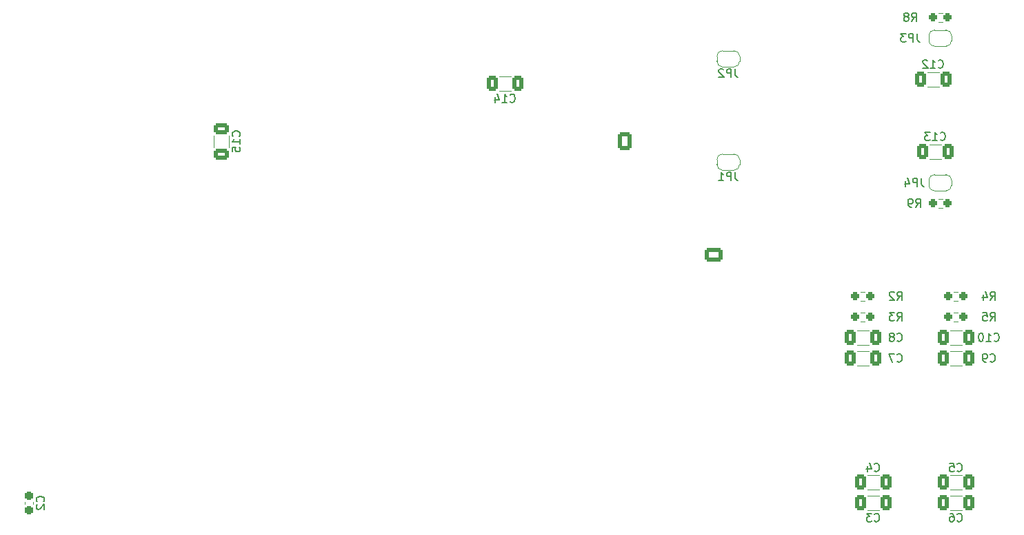
<source format=gbo>
%TF.GenerationSoftware,KiCad,Pcbnew,7.0.7*%
%TF.CreationDate,2023-10-09T15:43:46-04:00*%
%TF.ProjectId,dmxaudio,646d7861-7564-4696-9f2e-6b696361645f,rev?*%
%TF.SameCoordinates,Original*%
%TF.FileFunction,Legend,Bot*%
%TF.FilePolarity,Positive*%
%FSLAX46Y46*%
G04 Gerber Fmt 4.6, Leading zero omitted, Abs format (unit mm)*
G04 Created by KiCad (PCBNEW 7.0.7) date 2023-10-09 15:43:46*
%MOMM*%
%LPD*%
G01*
G04 APERTURE LIST*
G04 Aperture macros list*
%AMRoundRect*
0 Rectangle with rounded corners*
0 $1 Rounding radius*
0 $2 $3 $4 $5 $6 $7 $8 $9 X,Y pos of 4 corners*
0 Add a 4 corners polygon primitive as box body*
4,1,4,$2,$3,$4,$5,$6,$7,$8,$9,$2,$3,0*
0 Add four circle primitives for the rounded corners*
1,1,$1+$1,$2,$3*
1,1,$1+$1,$4,$5*
1,1,$1+$1,$6,$7*
1,1,$1+$1,$8,$9*
0 Add four rect primitives between the rounded corners*
20,1,$1+$1,$2,$3,$4,$5,0*
20,1,$1+$1,$4,$5,$6,$7,0*
20,1,$1+$1,$6,$7,$8,$9,0*
20,1,$1+$1,$8,$9,$2,$3,0*%
%AMFreePoly0*
4,1,19,0.500000,-0.750000,0.000000,-0.750000,0.000000,-0.744911,-0.071157,-0.744911,-0.207708,-0.704816,-0.327430,-0.627875,-0.420627,-0.520320,-0.479746,-0.390866,-0.500000,-0.250000,-0.500000,0.250000,-0.479746,0.390866,-0.420627,0.520320,-0.327430,0.627875,-0.207708,0.704816,-0.071157,0.744911,0.000000,0.744911,0.000000,0.750000,0.500000,0.750000,0.500000,-0.750000,0.500000,-0.750000,
$1*%
%AMFreePoly1*
4,1,19,0.000000,0.744911,0.071157,0.744911,0.207708,0.704816,0.327430,0.627875,0.420627,0.520320,0.479746,0.390866,0.500000,0.250000,0.500000,-0.250000,0.479746,-0.390866,0.420627,-0.520320,0.327430,-0.627875,0.207708,-0.704816,0.071157,-0.744911,0.000000,-0.744911,0.000000,-0.750000,-0.500000,-0.750000,-0.500000,0.750000,0.000000,0.750000,0.000000,0.744911,0.000000,0.744911,
$1*%
G04 Aperture macros list end*
%ADD10C,0.150000*%
%ADD11C,0.120000*%
%ADD12RoundRect,0.250000X0.620000X0.845000X-0.620000X0.845000X-0.620000X-0.845000X0.620000X-0.845000X0*%
%ADD13O,1.740000X2.190000*%
%ADD14C,2.700000*%
%ADD15R,1.600000X1.600000*%
%ADD16C,1.600000*%
%ADD17R,1.300000X1.300000*%
%ADD18C,1.300000*%
%ADD19O,3.400000X1.500000*%
%ADD20C,3.250000*%
%ADD21R,1.900000X1.900000*%
%ADD22C,1.900000*%
%ADD23C,2.100000*%
%ADD24C,2.600000*%
%ADD25R,1.400000X1.400000*%
%ADD26C,1.400000*%
%ADD27C,3.200000*%
%ADD28R,1.500000X1.500000*%
%ADD29C,1.500000*%
%ADD30R,2.000000X2.000000*%
%ADD31C,2.000000*%
%ADD32O,1.600000X1.600000*%
%ADD33C,1.524000*%
%ADD34RoundRect,0.250000X-0.620000X-0.845000X0.620000X-0.845000X0.620000X0.845000X-0.620000X0.845000X0*%
%ADD35R,1.524000X1.524000*%
%ADD36C,3.500000*%
%ADD37RoundRect,0.250000X0.845000X-0.620000X0.845000X0.620000X-0.845000X0.620000X-0.845000X-0.620000X0*%
%ADD38O,2.190000X1.740000*%
%ADD39O,1.600000X2.000000*%
%ADD40RoundRect,0.250000X-0.412500X-0.650000X0.412500X-0.650000X0.412500X0.650000X-0.412500X0.650000X0*%
%ADD41RoundRect,0.237500X0.250000X0.237500X-0.250000X0.237500X-0.250000X-0.237500X0.250000X-0.237500X0*%
%ADD42RoundRect,0.237500X-0.250000X-0.237500X0.250000X-0.237500X0.250000X0.237500X-0.250000X0.237500X0*%
%ADD43FreePoly0,0.000000*%
%ADD44FreePoly1,0.000000*%
%ADD45RoundRect,0.237500X0.237500X-0.300000X0.237500X0.300000X-0.237500X0.300000X-0.237500X-0.300000X0*%
%ADD46RoundRect,0.250000X0.412500X0.650000X-0.412500X0.650000X-0.412500X-0.650000X0.412500X-0.650000X0*%
%ADD47RoundRect,0.250000X0.650000X-0.412500X0.650000X0.412500X-0.650000X0.412500X-0.650000X-0.412500X0*%
G04 APERTURE END LIST*
D10*
X202096666Y-133019580D02*
X202144285Y-133067200D01*
X202144285Y-133067200D02*
X202287142Y-133114819D01*
X202287142Y-133114819D02*
X202382380Y-133114819D01*
X202382380Y-133114819D02*
X202525237Y-133067200D01*
X202525237Y-133067200D02*
X202620475Y-132971961D01*
X202620475Y-132971961D02*
X202668094Y-132876723D01*
X202668094Y-132876723D02*
X202715713Y-132686247D01*
X202715713Y-132686247D02*
X202715713Y-132543390D01*
X202715713Y-132543390D02*
X202668094Y-132352914D01*
X202668094Y-132352914D02*
X202620475Y-132257676D01*
X202620475Y-132257676D02*
X202525237Y-132162438D01*
X202525237Y-132162438D02*
X202382380Y-132114819D01*
X202382380Y-132114819D02*
X202287142Y-132114819D01*
X202287142Y-132114819D02*
X202144285Y-132162438D01*
X202144285Y-132162438D02*
X202096666Y-132210057D01*
X201239523Y-132114819D02*
X201429999Y-132114819D01*
X201429999Y-132114819D02*
X201525237Y-132162438D01*
X201525237Y-132162438D02*
X201572856Y-132210057D01*
X201572856Y-132210057D02*
X201668094Y-132352914D01*
X201668094Y-132352914D02*
X201715713Y-132543390D01*
X201715713Y-132543390D02*
X201715713Y-132924342D01*
X201715713Y-132924342D02*
X201668094Y-133019580D01*
X201668094Y-133019580D02*
X201620475Y-133067200D01*
X201620475Y-133067200D02*
X201525237Y-133114819D01*
X201525237Y-133114819D02*
X201334761Y-133114819D01*
X201334761Y-133114819D02*
X201239523Y-133067200D01*
X201239523Y-133067200D02*
X201191904Y-133019580D01*
X201191904Y-133019580D02*
X201144285Y-132924342D01*
X201144285Y-132924342D02*
X201144285Y-132686247D01*
X201144285Y-132686247D02*
X201191904Y-132591009D01*
X201191904Y-132591009D02*
X201239523Y-132543390D01*
X201239523Y-132543390D02*
X201334761Y-132495771D01*
X201334761Y-132495771D02*
X201525237Y-132495771D01*
X201525237Y-132495771D02*
X201620475Y-132543390D01*
X201620475Y-132543390D02*
X201668094Y-132591009D01*
X201668094Y-132591009D02*
X201715713Y-132686247D01*
X147200857Y-81457580D02*
X147248476Y-81505200D01*
X147248476Y-81505200D02*
X147391333Y-81552819D01*
X147391333Y-81552819D02*
X147486571Y-81552819D01*
X147486571Y-81552819D02*
X147629428Y-81505200D01*
X147629428Y-81505200D02*
X147724666Y-81409961D01*
X147724666Y-81409961D02*
X147772285Y-81314723D01*
X147772285Y-81314723D02*
X147819904Y-81124247D01*
X147819904Y-81124247D02*
X147819904Y-80981390D01*
X147819904Y-80981390D02*
X147772285Y-80790914D01*
X147772285Y-80790914D02*
X147724666Y-80695676D01*
X147724666Y-80695676D02*
X147629428Y-80600438D01*
X147629428Y-80600438D02*
X147486571Y-80552819D01*
X147486571Y-80552819D02*
X147391333Y-80552819D01*
X147391333Y-80552819D02*
X147248476Y-80600438D01*
X147248476Y-80600438D02*
X147200857Y-80648057D01*
X146248476Y-81552819D02*
X146819904Y-81552819D01*
X146534190Y-81552819D02*
X146534190Y-80552819D01*
X146534190Y-80552819D02*
X146629428Y-80695676D01*
X146629428Y-80695676D02*
X146724666Y-80790914D01*
X146724666Y-80790914D02*
X146819904Y-80838533D01*
X145391333Y-80886152D02*
X145391333Y-81552819D01*
X145629428Y-80505200D02*
X145867523Y-81219485D01*
X145867523Y-81219485D02*
X145248476Y-81219485D01*
X191936666Y-133019580D02*
X191984285Y-133067200D01*
X191984285Y-133067200D02*
X192127142Y-133114819D01*
X192127142Y-133114819D02*
X192222380Y-133114819D01*
X192222380Y-133114819D02*
X192365237Y-133067200D01*
X192365237Y-133067200D02*
X192460475Y-132971961D01*
X192460475Y-132971961D02*
X192508094Y-132876723D01*
X192508094Y-132876723D02*
X192555713Y-132686247D01*
X192555713Y-132686247D02*
X192555713Y-132543390D01*
X192555713Y-132543390D02*
X192508094Y-132352914D01*
X192508094Y-132352914D02*
X192460475Y-132257676D01*
X192460475Y-132257676D02*
X192365237Y-132162438D01*
X192365237Y-132162438D02*
X192222380Y-132114819D01*
X192222380Y-132114819D02*
X192127142Y-132114819D01*
X192127142Y-132114819D02*
X191984285Y-132162438D01*
X191984285Y-132162438D02*
X191936666Y-132210057D01*
X191603332Y-132114819D02*
X190984285Y-132114819D01*
X190984285Y-132114819D02*
X191317618Y-132495771D01*
X191317618Y-132495771D02*
X191174761Y-132495771D01*
X191174761Y-132495771D02*
X191079523Y-132543390D01*
X191079523Y-132543390D02*
X191031904Y-132591009D01*
X191031904Y-132591009D02*
X190984285Y-132686247D01*
X190984285Y-132686247D02*
X190984285Y-132924342D01*
X190984285Y-132924342D02*
X191031904Y-133019580D01*
X191031904Y-133019580D02*
X191079523Y-133067200D01*
X191079523Y-133067200D02*
X191174761Y-133114819D01*
X191174761Y-133114819D02*
X191460475Y-133114819D01*
X191460475Y-133114819D02*
X191555713Y-133067200D01*
X191555713Y-133067200D02*
X191603332Y-133019580D01*
X194730666Y-108404819D02*
X195063999Y-107928628D01*
X195302094Y-108404819D02*
X195302094Y-107404819D01*
X195302094Y-107404819D02*
X194921142Y-107404819D01*
X194921142Y-107404819D02*
X194825904Y-107452438D01*
X194825904Y-107452438D02*
X194778285Y-107500057D01*
X194778285Y-107500057D02*
X194730666Y-107595295D01*
X194730666Y-107595295D02*
X194730666Y-107738152D01*
X194730666Y-107738152D02*
X194778285Y-107833390D01*
X194778285Y-107833390D02*
X194825904Y-107881009D01*
X194825904Y-107881009D02*
X194921142Y-107928628D01*
X194921142Y-107928628D02*
X195302094Y-107928628D01*
X194397332Y-107404819D02*
X193778285Y-107404819D01*
X193778285Y-107404819D02*
X194111618Y-107785771D01*
X194111618Y-107785771D02*
X193968761Y-107785771D01*
X193968761Y-107785771D02*
X193873523Y-107833390D01*
X193873523Y-107833390D02*
X193825904Y-107881009D01*
X193825904Y-107881009D02*
X193778285Y-107976247D01*
X193778285Y-107976247D02*
X193778285Y-108214342D01*
X193778285Y-108214342D02*
X193825904Y-108309580D01*
X193825904Y-108309580D02*
X193873523Y-108357200D01*
X193873523Y-108357200D02*
X193968761Y-108404819D01*
X193968761Y-108404819D02*
X194254475Y-108404819D01*
X194254475Y-108404819D02*
X194349713Y-108357200D01*
X194349713Y-108357200D02*
X194397332Y-108309580D01*
X196508666Y-71574819D02*
X196841999Y-71098628D01*
X197080094Y-71574819D02*
X197080094Y-70574819D01*
X197080094Y-70574819D02*
X196699142Y-70574819D01*
X196699142Y-70574819D02*
X196603904Y-70622438D01*
X196603904Y-70622438D02*
X196556285Y-70670057D01*
X196556285Y-70670057D02*
X196508666Y-70765295D01*
X196508666Y-70765295D02*
X196508666Y-70908152D01*
X196508666Y-70908152D02*
X196556285Y-71003390D01*
X196556285Y-71003390D02*
X196603904Y-71051009D01*
X196603904Y-71051009D02*
X196699142Y-71098628D01*
X196699142Y-71098628D02*
X197080094Y-71098628D01*
X195937237Y-71003390D02*
X196032475Y-70955771D01*
X196032475Y-70955771D02*
X196080094Y-70908152D01*
X196080094Y-70908152D02*
X196127713Y-70812914D01*
X196127713Y-70812914D02*
X196127713Y-70765295D01*
X196127713Y-70765295D02*
X196080094Y-70670057D01*
X196080094Y-70670057D02*
X196032475Y-70622438D01*
X196032475Y-70622438D02*
X195937237Y-70574819D01*
X195937237Y-70574819D02*
X195746761Y-70574819D01*
X195746761Y-70574819D02*
X195651523Y-70622438D01*
X195651523Y-70622438D02*
X195603904Y-70670057D01*
X195603904Y-70670057D02*
X195556285Y-70765295D01*
X195556285Y-70765295D02*
X195556285Y-70812914D01*
X195556285Y-70812914D02*
X195603904Y-70908152D01*
X195603904Y-70908152D02*
X195651523Y-70955771D01*
X195651523Y-70955771D02*
X195746761Y-71003390D01*
X195746761Y-71003390D02*
X195937237Y-71003390D01*
X195937237Y-71003390D02*
X196032475Y-71051009D01*
X196032475Y-71051009D02*
X196080094Y-71098628D01*
X196080094Y-71098628D02*
X196127713Y-71193866D01*
X196127713Y-71193866D02*
X196127713Y-71384342D01*
X196127713Y-71384342D02*
X196080094Y-71479580D01*
X196080094Y-71479580D02*
X196032475Y-71527200D01*
X196032475Y-71527200D02*
X195937237Y-71574819D01*
X195937237Y-71574819D02*
X195746761Y-71574819D01*
X195746761Y-71574819D02*
X195651523Y-71527200D01*
X195651523Y-71527200D02*
X195603904Y-71479580D01*
X195603904Y-71479580D02*
X195556285Y-71384342D01*
X195556285Y-71384342D02*
X195556285Y-71193866D01*
X195556285Y-71193866D02*
X195603904Y-71098628D01*
X195603904Y-71098628D02*
X195651523Y-71051009D01*
X195651523Y-71051009D02*
X195746761Y-71003390D01*
X174823333Y-90154819D02*
X174823333Y-90869104D01*
X174823333Y-90869104D02*
X174870952Y-91011961D01*
X174870952Y-91011961D02*
X174966190Y-91107200D01*
X174966190Y-91107200D02*
X175109047Y-91154819D01*
X175109047Y-91154819D02*
X175204285Y-91154819D01*
X174347142Y-91154819D02*
X174347142Y-90154819D01*
X174347142Y-90154819D02*
X173966190Y-90154819D01*
X173966190Y-90154819D02*
X173870952Y-90202438D01*
X173870952Y-90202438D02*
X173823333Y-90250057D01*
X173823333Y-90250057D02*
X173775714Y-90345295D01*
X173775714Y-90345295D02*
X173775714Y-90488152D01*
X173775714Y-90488152D02*
X173823333Y-90583390D01*
X173823333Y-90583390D02*
X173870952Y-90631009D01*
X173870952Y-90631009D02*
X173966190Y-90678628D01*
X173966190Y-90678628D02*
X174347142Y-90678628D01*
X172823333Y-91154819D02*
X173394761Y-91154819D01*
X173109047Y-91154819D02*
X173109047Y-90154819D01*
X173109047Y-90154819D02*
X173204285Y-90297676D01*
X173204285Y-90297676D02*
X173299523Y-90392914D01*
X173299523Y-90392914D02*
X173394761Y-90440533D01*
X197175333Y-73114819D02*
X197175333Y-73829104D01*
X197175333Y-73829104D02*
X197222952Y-73971961D01*
X197222952Y-73971961D02*
X197318190Y-74067200D01*
X197318190Y-74067200D02*
X197461047Y-74114819D01*
X197461047Y-74114819D02*
X197556285Y-74114819D01*
X196699142Y-74114819D02*
X196699142Y-73114819D01*
X196699142Y-73114819D02*
X196318190Y-73114819D01*
X196318190Y-73114819D02*
X196222952Y-73162438D01*
X196222952Y-73162438D02*
X196175333Y-73210057D01*
X196175333Y-73210057D02*
X196127714Y-73305295D01*
X196127714Y-73305295D02*
X196127714Y-73448152D01*
X196127714Y-73448152D02*
X196175333Y-73543390D01*
X196175333Y-73543390D02*
X196222952Y-73591009D01*
X196222952Y-73591009D02*
X196318190Y-73638628D01*
X196318190Y-73638628D02*
X196699142Y-73638628D01*
X195794380Y-73114819D02*
X195175333Y-73114819D01*
X195175333Y-73114819D02*
X195508666Y-73495771D01*
X195508666Y-73495771D02*
X195365809Y-73495771D01*
X195365809Y-73495771D02*
X195270571Y-73543390D01*
X195270571Y-73543390D02*
X195222952Y-73591009D01*
X195222952Y-73591009D02*
X195175333Y-73686247D01*
X195175333Y-73686247D02*
X195175333Y-73924342D01*
X195175333Y-73924342D02*
X195222952Y-74019580D01*
X195222952Y-74019580D02*
X195270571Y-74067200D01*
X195270571Y-74067200D02*
X195365809Y-74114819D01*
X195365809Y-74114819D02*
X195651523Y-74114819D01*
X195651523Y-74114819D02*
X195746761Y-74067200D01*
X195746761Y-74067200D02*
X195794380Y-74019580D01*
X206160666Y-105864819D02*
X206493999Y-105388628D01*
X206732094Y-105864819D02*
X206732094Y-104864819D01*
X206732094Y-104864819D02*
X206351142Y-104864819D01*
X206351142Y-104864819D02*
X206255904Y-104912438D01*
X206255904Y-104912438D02*
X206208285Y-104960057D01*
X206208285Y-104960057D02*
X206160666Y-105055295D01*
X206160666Y-105055295D02*
X206160666Y-105198152D01*
X206160666Y-105198152D02*
X206208285Y-105293390D01*
X206208285Y-105293390D02*
X206255904Y-105341009D01*
X206255904Y-105341009D02*
X206351142Y-105388628D01*
X206351142Y-105388628D02*
X206732094Y-105388628D01*
X205303523Y-105198152D02*
X205303523Y-105864819D01*
X205541618Y-104817200D02*
X205779713Y-105531485D01*
X205779713Y-105531485D02*
X205160666Y-105531485D01*
X197683333Y-90894819D02*
X197683333Y-91609104D01*
X197683333Y-91609104D02*
X197730952Y-91751961D01*
X197730952Y-91751961D02*
X197826190Y-91847200D01*
X197826190Y-91847200D02*
X197969047Y-91894819D01*
X197969047Y-91894819D02*
X198064285Y-91894819D01*
X197207142Y-91894819D02*
X197207142Y-90894819D01*
X197207142Y-90894819D02*
X196826190Y-90894819D01*
X196826190Y-90894819D02*
X196730952Y-90942438D01*
X196730952Y-90942438D02*
X196683333Y-90990057D01*
X196683333Y-90990057D02*
X196635714Y-91085295D01*
X196635714Y-91085295D02*
X196635714Y-91228152D01*
X196635714Y-91228152D02*
X196683333Y-91323390D01*
X196683333Y-91323390D02*
X196730952Y-91371009D01*
X196730952Y-91371009D02*
X196826190Y-91418628D01*
X196826190Y-91418628D02*
X197207142Y-91418628D01*
X195778571Y-91228152D02*
X195778571Y-91894819D01*
X196016666Y-90847200D02*
X196254761Y-91561485D01*
X196254761Y-91561485D02*
X195635714Y-91561485D01*
X194730666Y-110849580D02*
X194778285Y-110897200D01*
X194778285Y-110897200D02*
X194921142Y-110944819D01*
X194921142Y-110944819D02*
X195016380Y-110944819D01*
X195016380Y-110944819D02*
X195159237Y-110897200D01*
X195159237Y-110897200D02*
X195254475Y-110801961D01*
X195254475Y-110801961D02*
X195302094Y-110706723D01*
X195302094Y-110706723D02*
X195349713Y-110516247D01*
X195349713Y-110516247D02*
X195349713Y-110373390D01*
X195349713Y-110373390D02*
X195302094Y-110182914D01*
X195302094Y-110182914D02*
X195254475Y-110087676D01*
X195254475Y-110087676D02*
X195159237Y-109992438D01*
X195159237Y-109992438D02*
X195016380Y-109944819D01*
X195016380Y-109944819D02*
X194921142Y-109944819D01*
X194921142Y-109944819D02*
X194778285Y-109992438D01*
X194778285Y-109992438D02*
X194730666Y-110040057D01*
X194159237Y-110373390D02*
X194254475Y-110325771D01*
X194254475Y-110325771D02*
X194302094Y-110278152D01*
X194302094Y-110278152D02*
X194349713Y-110182914D01*
X194349713Y-110182914D02*
X194349713Y-110135295D01*
X194349713Y-110135295D02*
X194302094Y-110040057D01*
X194302094Y-110040057D02*
X194254475Y-109992438D01*
X194254475Y-109992438D02*
X194159237Y-109944819D01*
X194159237Y-109944819D02*
X193968761Y-109944819D01*
X193968761Y-109944819D02*
X193873523Y-109992438D01*
X193873523Y-109992438D02*
X193825904Y-110040057D01*
X193825904Y-110040057D02*
X193778285Y-110135295D01*
X193778285Y-110135295D02*
X193778285Y-110182914D01*
X193778285Y-110182914D02*
X193825904Y-110278152D01*
X193825904Y-110278152D02*
X193873523Y-110325771D01*
X193873523Y-110325771D02*
X193968761Y-110373390D01*
X193968761Y-110373390D02*
X194159237Y-110373390D01*
X194159237Y-110373390D02*
X194254475Y-110421009D01*
X194254475Y-110421009D02*
X194302094Y-110468628D01*
X194302094Y-110468628D02*
X194349713Y-110563866D01*
X194349713Y-110563866D02*
X194349713Y-110754342D01*
X194349713Y-110754342D02*
X194302094Y-110849580D01*
X194302094Y-110849580D02*
X194254475Y-110897200D01*
X194254475Y-110897200D02*
X194159237Y-110944819D01*
X194159237Y-110944819D02*
X193968761Y-110944819D01*
X193968761Y-110944819D02*
X193873523Y-110897200D01*
X193873523Y-110897200D02*
X193825904Y-110849580D01*
X193825904Y-110849580D02*
X193778285Y-110754342D01*
X193778285Y-110754342D02*
X193778285Y-110563866D01*
X193778285Y-110563866D02*
X193825904Y-110468628D01*
X193825904Y-110468628D02*
X193873523Y-110421009D01*
X193873523Y-110421009D02*
X193968761Y-110373390D01*
X197016666Y-94434819D02*
X197349999Y-93958628D01*
X197588094Y-94434819D02*
X197588094Y-93434819D01*
X197588094Y-93434819D02*
X197207142Y-93434819D01*
X197207142Y-93434819D02*
X197111904Y-93482438D01*
X197111904Y-93482438D02*
X197064285Y-93530057D01*
X197064285Y-93530057D02*
X197016666Y-93625295D01*
X197016666Y-93625295D02*
X197016666Y-93768152D01*
X197016666Y-93768152D02*
X197064285Y-93863390D01*
X197064285Y-93863390D02*
X197111904Y-93911009D01*
X197111904Y-93911009D02*
X197207142Y-93958628D01*
X197207142Y-93958628D02*
X197588094Y-93958628D01*
X196540475Y-94434819D02*
X196349999Y-94434819D01*
X196349999Y-94434819D02*
X196254761Y-94387200D01*
X196254761Y-94387200D02*
X196207142Y-94339580D01*
X196207142Y-94339580D02*
X196111904Y-94196723D01*
X196111904Y-94196723D02*
X196064285Y-94006247D01*
X196064285Y-94006247D02*
X196064285Y-93625295D01*
X196064285Y-93625295D02*
X196111904Y-93530057D01*
X196111904Y-93530057D02*
X196159523Y-93482438D01*
X196159523Y-93482438D02*
X196254761Y-93434819D01*
X196254761Y-93434819D02*
X196445237Y-93434819D01*
X196445237Y-93434819D02*
X196540475Y-93482438D01*
X196540475Y-93482438D02*
X196588094Y-93530057D01*
X196588094Y-93530057D02*
X196635713Y-93625295D01*
X196635713Y-93625295D02*
X196635713Y-93863390D01*
X196635713Y-93863390D02*
X196588094Y-93958628D01*
X196588094Y-93958628D02*
X196540475Y-94006247D01*
X196540475Y-94006247D02*
X196445237Y-94053866D01*
X196445237Y-94053866D02*
X196254761Y-94053866D01*
X196254761Y-94053866D02*
X196159523Y-94006247D01*
X196159523Y-94006247D02*
X196111904Y-93958628D01*
X196111904Y-93958628D02*
X196064285Y-93863390D01*
X89926580Y-130643333D02*
X89974200Y-130595714D01*
X89974200Y-130595714D02*
X90021819Y-130452857D01*
X90021819Y-130452857D02*
X90021819Y-130357619D01*
X90021819Y-130357619D02*
X89974200Y-130214762D01*
X89974200Y-130214762D02*
X89878961Y-130119524D01*
X89878961Y-130119524D02*
X89783723Y-130071905D01*
X89783723Y-130071905D02*
X89593247Y-130024286D01*
X89593247Y-130024286D02*
X89450390Y-130024286D01*
X89450390Y-130024286D02*
X89259914Y-130071905D01*
X89259914Y-130071905D02*
X89164676Y-130119524D01*
X89164676Y-130119524D02*
X89069438Y-130214762D01*
X89069438Y-130214762D02*
X89021819Y-130357619D01*
X89021819Y-130357619D02*
X89021819Y-130452857D01*
X89021819Y-130452857D02*
X89069438Y-130595714D01*
X89069438Y-130595714D02*
X89117057Y-130643333D01*
X89117057Y-131024286D02*
X89069438Y-131071905D01*
X89069438Y-131071905D02*
X89021819Y-131167143D01*
X89021819Y-131167143D02*
X89021819Y-131405238D01*
X89021819Y-131405238D02*
X89069438Y-131500476D01*
X89069438Y-131500476D02*
X89117057Y-131548095D01*
X89117057Y-131548095D02*
X89212295Y-131595714D01*
X89212295Y-131595714D02*
X89307533Y-131595714D01*
X89307533Y-131595714D02*
X89450390Y-131548095D01*
X89450390Y-131548095D02*
X90021819Y-130976667D01*
X90021819Y-130976667D02*
X90021819Y-131595714D01*
X200032857Y-86139580D02*
X200080476Y-86187200D01*
X200080476Y-86187200D02*
X200223333Y-86234819D01*
X200223333Y-86234819D02*
X200318571Y-86234819D01*
X200318571Y-86234819D02*
X200461428Y-86187200D01*
X200461428Y-86187200D02*
X200556666Y-86091961D01*
X200556666Y-86091961D02*
X200604285Y-85996723D01*
X200604285Y-85996723D02*
X200651904Y-85806247D01*
X200651904Y-85806247D02*
X200651904Y-85663390D01*
X200651904Y-85663390D02*
X200604285Y-85472914D01*
X200604285Y-85472914D02*
X200556666Y-85377676D01*
X200556666Y-85377676D02*
X200461428Y-85282438D01*
X200461428Y-85282438D02*
X200318571Y-85234819D01*
X200318571Y-85234819D02*
X200223333Y-85234819D01*
X200223333Y-85234819D02*
X200080476Y-85282438D01*
X200080476Y-85282438D02*
X200032857Y-85330057D01*
X199080476Y-86234819D02*
X199651904Y-86234819D01*
X199366190Y-86234819D02*
X199366190Y-85234819D01*
X199366190Y-85234819D02*
X199461428Y-85377676D01*
X199461428Y-85377676D02*
X199556666Y-85472914D01*
X199556666Y-85472914D02*
X199651904Y-85520533D01*
X198747142Y-85234819D02*
X198128095Y-85234819D01*
X198128095Y-85234819D02*
X198461428Y-85615771D01*
X198461428Y-85615771D02*
X198318571Y-85615771D01*
X198318571Y-85615771D02*
X198223333Y-85663390D01*
X198223333Y-85663390D02*
X198175714Y-85711009D01*
X198175714Y-85711009D02*
X198128095Y-85806247D01*
X198128095Y-85806247D02*
X198128095Y-86044342D01*
X198128095Y-86044342D02*
X198175714Y-86139580D01*
X198175714Y-86139580D02*
X198223333Y-86187200D01*
X198223333Y-86187200D02*
X198318571Y-86234819D01*
X198318571Y-86234819D02*
X198604285Y-86234819D01*
X198604285Y-86234819D02*
X198699523Y-86187200D01*
X198699523Y-86187200D02*
X198747142Y-86139580D01*
X202096666Y-126851580D02*
X202144285Y-126899200D01*
X202144285Y-126899200D02*
X202287142Y-126946819D01*
X202287142Y-126946819D02*
X202382380Y-126946819D01*
X202382380Y-126946819D02*
X202525237Y-126899200D01*
X202525237Y-126899200D02*
X202620475Y-126803961D01*
X202620475Y-126803961D02*
X202668094Y-126708723D01*
X202668094Y-126708723D02*
X202715713Y-126518247D01*
X202715713Y-126518247D02*
X202715713Y-126375390D01*
X202715713Y-126375390D02*
X202668094Y-126184914D01*
X202668094Y-126184914D02*
X202620475Y-126089676D01*
X202620475Y-126089676D02*
X202525237Y-125994438D01*
X202525237Y-125994438D02*
X202382380Y-125946819D01*
X202382380Y-125946819D02*
X202287142Y-125946819D01*
X202287142Y-125946819D02*
X202144285Y-125994438D01*
X202144285Y-125994438D02*
X202096666Y-126042057D01*
X201191904Y-125946819D02*
X201668094Y-125946819D01*
X201668094Y-125946819D02*
X201715713Y-126423009D01*
X201715713Y-126423009D02*
X201668094Y-126375390D01*
X201668094Y-126375390D02*
X201572856Y-126327771D01*
X201572856Y-126327771D02*
X201334761Y-126327771D01*
X201334761Y-126327771D02*
X201239523Y-126375390D01*
X201239523Y-126375390D02*
X201191904Y-126423009D01*
X201191904Y-126423009D02*
X201144285Y-126518247D01*
X201144285Y-126518247D02*
X201144285Y-126756342D01*
X201144285Y-126756342D02*
X201191904Y-126851580D01*
X201191904Y-126851580D02*
X201239523Y-126899200D01*
X201239523Y-126899200D02*
X201334761Y-126946819D01*
X201334761Y-126946819D02*
X201572856Y-126946819D01*
X201572856Y-126946819D02*
X201668094Y-126899200D01*
X201668094Y-126899200D02*
X201715713Y-126851580D01*
X194730666Y-113389580D02*
X194778285Y-113437200D01*
X194778285Y-113437200D02*
X194921142Y-113484819D01*
X194921142Y-113484819D02*
X195016380Y-113484819D01*
X195016380Y-113484819D02*
X195159237Y-113437200D01*
X195159237Y-113437200D02*
X195254475Y-113341961D01*
X195254475Y-113341961D02*
X195302094Y-113246723D01*
X195302094Y-113246723D02*
X195349713Y-113056247D01*
X195349713Y-113056247D02*
X195349713Y-112913390D01*
X195349713Y-112913390D02*
X195302094Y-112722914D01*
X195302094Y-112722914D02*
X195254475Y-112627676D01*
X195254475Y-112627676D02*
X195159237Y-112532438D01*
X195159237Y-112532438D02*
X195016380Y-112484819D01*
X195016380Y-112484819D02*
X194921142Y-112484819D01*
X194921142Y-112484819D02*
X194778285Y-112532438D01*
X194778285Y-112532438D02*
X194730666Y-112580057D01*
X194397332Y-112484819D02*
X193730666Y-112484819D01*
X193730666Y-112484819D02*
X194159237Y-113484819D01*
X191936666Y-126851580D02*
X191984285Y-126899200D01*
X191984285Y-126899200D02*
X192127142Y-126946819D01*
X192127142Y-126946819D02*
X192222380Y-126946819D01*
X192222380Y-126946819D02*
X192365237Y-126899200D01*
X192365237Y-126899200D02*
X192460475Y-126803961D01*
X192460475Y-126803961D02*
X192508094Y-126708723D01*
X192508094Y-126708723D02*
X192555713Y-126518247D01*
X192555713Y-126518247D02*
X192555713Y-126375390D01*
X192555713Y-126375390D02*
X192508094Y-126184914D01*
X192508094Y-126184914D02*
X192460475Y-126089676D01*
X192460475Y-126089676D02*
X192365237Y-125994438D01*
X192365237Y-125994438D02*
X192222380Y-125946819D01*
X192222380Y-125946819D02*
X192127142Y-125946819D01*
X192127142Y-125946819D02*
X191984285Y-125994438D01*
X191984285Y-125994438D02*
X191936666Y-126042057D01*
X191079523Y-126280152D02*
X191079523Y-126946819D01*
X191317618Y-125899200D02*
X191555713Y-126613485D01*
X191555713Y-126613485D02*
X190936666Y-126613485D01*
X206636857Y-110849580D02*
X206684476Y-110897200D01*
X206684476Y-110897200D02*
X206827333Y-110944819D01*
X206827333Y-110944819D02*
X206922571Y-110944819D01*
X206922571Y-110944819D02*
X207065428Y-110897200D01*
X207065428Y-110897200D02*
X207160666Y-110801961D01*
X207160666Y-110801961D02*
X207208285Y-110706723D01*
X207208285Y-110706723D02*
X207255904Y-110516247D01*
X207255904Y-110516247D02*
X207255904Y-110373390D01*
X207255904Y-110373390D02*
X207208285Y-110182914D01*
X207208285Y-110182914D02*
X207160666Y-110087676D01*
X207160666Y-110087676D02*
X207065428Y-109992438D01*
X207065428Y-109992438D02*
X206922571Y-109944819D01*
X206922571Y-109944819D02*
X206827333Y-109944819D01*
X206827333Y-109944819D02*
X206684476Y-109992438D01*
X206684476Y-109992438D02*
X206636857Y-110040057D01*
X205684476Y-110944819D02*
X206255904Y-110944819D01*
X205970190Y-110944819D02*
X205970190Y-109944819D01*
X205970190Y-109944819D02*
X206065428Y-110087676D01*
X206065428Y-110087676D02*
X206160666Y-110182914D01*
X206160666Y-110182914D02*
X206255904Y-110230533D01*
X205065428Y-109944819D02*
X204970190Y-109944819D01*
X204970190Y-109944819D02*
X204874952Y-109992438D01*
X204874952Y-109992438D02*
X204827333Y-110040057D01*
X204827333Y-110040057D02*
X204779714Y-110135295D01*
X204779714Y-110135295D02*
X204732095Y-110325771D01*
X204732095Y-110325771D02*
X204732095Y-110563866D01*
X204732095Y-110563866D02*
X204779714Y-110754342D01*
X204779714Y-110754342D02*
X204827333Y-110849580D01*
X204827333Y-110849580D02*
X204874952Y-110897200D01*
X204874952Y-110897200D02*
X204970190Y-110944819D01*
X204970190Y-110944819D02*
X205065428Y-110944819D01*
X205065428Y-110944819D02*
X205160666Y-110897200D01*
X205160666Y-110897200D02*
X205208285Y-110849580D01*
X205208285Y-110849580D02*
X205255904Y-110754342D01*
X205255904Y-110754342D02*
X205303523Y-110563866D01*
X205303523Y-110563866D02*
X205303523Y-110325771D01*
X205303523Y-110325771D02*
X205255904Y-110135295D01*
X205255904Y-110135295D02*
X205208285Y-110040057D01*
X205208285Y-110040057D02*
X205160666Y-109992438D01*
X205160666Y-109992438D02*
X205065428Y-109944819D01*
X206160666Y-108404819D02*
X206493999Y-107928628D01*
X206732094Y-108404819D02*
X206732094Y-107404819D01*
X206732094Y-107404819D02*
X206351142Y-107404819D01*
X206351142Y-107404819D02*
X206255904Y-107452438D01*
X206255904Y-107452438D02*
X206208285Y-107500057D01*
X206208285Y-107500057D02*
X206160666Y-107595295D01*
X206160666Y-107595295D02*
X206160666Y-107738152D01*
X206160666Y-107738152D02*
X206208285Y-107833390D01*
X206208285Y-107833390D02*
X206255904Y-107881009D01*
X206255904Y-107881009D02*
X206351142Y-107928628D01*
X206351142Y-107928628D02*
X206732094Y-107928628D01*
X205255904Y-107404819D02*
X205732094Y-107404819D01*
X205732094Y-107404819D02*
X205779713Y-107881009D01*
X205779713Y-107881009D02*
X205732094Y-107833390D01*
X205732094Y-107833390D02*
X205636856Y-107785771D01*
X205636856Y-107785771D02*
X205398761Y-107785771D01*
X205398761Y-107785771D02*
X205303523Y-107833390D01*
X205303523Y-107833390D02*
X205255904Y-107881009D01*
X205255904Y-107881009D02*
X205208285Y-107976247D01*
X205208285Y-107976247D02*
X205208285Y-108214342D01*
X205208285Y-108214342D02*
X205255904Y-108309580D01*
X205255904Y-108309580D02*
X205303523Y-108357200D01*
X205303523Y-108357200D02*
X205398761Y-108404819D01*
X205398761Y-108404819D02*
X205636856Y-108404819D01*
X205636856Y-108404819D02*
X205732094Y-108357200D01*
X205732094Y-108357200D02*
X205779713Y-108309580D01*
X194730666Y-105864819D02*
X195063999Y-105388628D01*
X195302094Y-105864819D02*
X195302094Y-104864819D01*
X195302094Y-104864819D02*
X194921142Y-104864819D01*
X194921142Y-104864819D02*
X194825904Y-104912438D01*
X194825904Y-104912438D02*
X194778285Y-104960057D01*
X194778285Y-104960057D02*
X194730666Y-105055295D01*
X194730666Y-105055295D02*
X194730666Y-105198152D01*
X194730666Y-105198152D02*
X194778285Y-105293390D01*
X194778285Y-105293390D02*
X194825904Y-105341009D01*
X194825904Y-105341009D02*
X194921142Y-105388628D01*
X194921142Y-105388628D02*
X195302094Y-105388628D01*
X194349713Y-104960057D02*
X194302094Y-104912438D01*
X194302094Y-104912438D02*
X194206856Y-104864819D01*
X194206856Y-104864819D02*
X193968761Y-104864819D01*
X193968761Y-104864819D02*
X193873523Y-104912438D01*
X193873523Y-104912438D02*
X193825904Y-104960057D01*
X193825904Y-104960057D02*
X193778285Y-105055295D01*
X193778285Y-105055295D02*
X193778285Y-105150533D01*
X193778285Y-105150533D02*
X193825904Y-105293390D01*
X193825904Y-105293390D02*
X194397332Y-105864819D01*
X194397332Y-105864819D02*
X193778285Y-105864819D01*
X174823333Y-77454819D02*
X174823333Y-78169104D01*
X174823333Y-78169104D02*
X174870952Y-78311961D01*
X174870952Y-78311961D02*
X174966190Y-78407200D01*
X174966190Y-78407200D02*
X175109047Y-78454819D01*
X175109047Y-78454819D02*
X175204285Y-78454819D01*
X174347142Y-78454819D02*
X174347142Y-77454819D01*
X174347142Y-77454819D02*
X173966190Y-77454819D01*
X173966190Y-77454819D02*
X173870952Y-77502438D01*
X173870952Y-77502438D02*
X173823333Y-77550057D01*
X173823333Y-77550057D02*
X173775714Y-77645295D01*
X173775714Y-77645295D02*
X173775714Y-77788152D01*
X173775714Y-77788152D02*
X173823333Y-77883390D01*
X173823333Y-77883390D02*
X173870952Y-77931009D01*
X173870952Y-77931009D02*
X173966190Y-77978628D01*
X173966190Y-77978628D02*
X174347142Y-77978628D01*
X173394761Y-77550057D02*
X173347142Y-77502438D01*
X173347142Y-77502438D02*
X173251904Y-77454819D01*
X173251904Y-77454819D02*
X173013809Y-77454819D01*
X173013809Y-77454819D02*
X172918571Y-77502438D01*
X172918571Y-77502438D02*
X172870952Y-77550057D01*
X172870952Y-77550057D02*
X172823333Y-77645295D01*
X172823333Y-77645295D02*
X172823333Y-77740533D01*
X172823333Y-77740533D02*
X172870952Y-77883390D01*
X172870952Y-77883390D02*
X173442380Y-78454819D01*
X173442380Y-78454819D02*
X172823333Y-78454819D01*
X199778857Y-77249580D02*
X199826476Y-77297200D01*
X199826476Y-77297200D02*
X199969333Y-77344819D01*
X199969333Y-77344819D02*
X200064571Y-77344819D01*
X200064571Y-77344819D02*
X200207428Y-77297200D01*
X200207428Y-77297200D02*
X200302666Y-77201961D01*
X200302666Y-77201961D02*
X200350285Y-77106723D01*
X200350285Y-77106723D02*
X200397904Y-76916247D01*
X200397904Y-76916247D02*
X200397904Y-76773390D01*
X200397904Y-76773390D02*
X200350285Y-76582914D01*
X200350285Y-76582914D02*
X200302666Y-76487676D01*
X200302666Y-76487676D02*
X200207428Y-76392438D01*
X200207428Y-76392438D02*
X200064571Y-76344819D01*
X200064571Y-76344819D02*
X199969333Y-76344819D01*
X199969333Y-76344819D02*
X199826476Y-76392438D01*
X199826476Y-76392438D02*
X199778857Y-76440057D01*
X198826476Y-77344819D02*
X199397904Y-77344819D01*
X199112190Y-77344819D02*
X199112190Y-76344819D01*
X199112190Y-76344819D02*
X199207428Y-76487676D01*
X199207428Y-76487676D02*
X199302666Y-76582914D01*
X199302666Y-76582914D02*
X199397904Y-76630533D01*
X198445523Y-76440057D02*
X198397904Y-76392438D01*
X198397904Y-76392438D02*
X198302666Y-76344819D01*
X198302666Y-76344819D02*
X198064571Y-76344819D01*
X198064571Y-76344819D02*
X197969333Y-76392438D01*
X197969333Y-76392438D02*
X197921714Y-76440057D01*
X197921714Y-76440057D02*
X197874095Y-76535295D01*
X197874095Y-76535295D02*
X197874095Y-76630533D01*
X197874095Y-76630533D02*
X197921714Y-76773390D01*
X197921714Y-76773390D02*
X198493142Y-77344819D01*
X198493142Y-77344819D02*
X197874095Y-77344819D01*
X206160666Y-113389580D02*
X206208285Y-113437200D01*
X206208285Y-113437200D02*
X206351142Y-113484819D01*
X206351142Y-113484819D02*
X206446380Y-113484819D01*
X206446380Y-113484819D02*
X206589237Y-113437200D01*
X206589237Y-113437200D02*
X206684475Y-113341961D01*
X206684475Y-113341961D02*
X206732094Y-113246723D01*
X206732094Y-113246723D02*
X206779713Y-113056247D01*
X206779713Y-113056247D02*
X206779713Y-112913390D01*
X206779713Y-112913390D02*
X206732094Y-112722914D01*
X206732094Y-112722914D02*
X206684475Y-112627676D01*
X206684475Y-112627676D02*
X206589237Y-112532438D01*
X206589237Y-112532438D02*
X206446380Y-112484819D01*
X206446380Y-112484819D02*
X206351142Y-112484819D01*
X206351142Y-112484819D02*
X206208285Y-112532438D01*
X206208285Y-112532438D02*
X206160666Y-112580057D01*
X205684475Y-113484819D02*
X205493999Y-113484819D01*
X205493999Y-113484819D02*
X205398761Y-113437200D01*
X205398761Y-113437200D02*
X205351142Y-113389580D01*
X205351142Y-113389580D02*
X205255904Y-113246723D01*
X205255904Y-113246723D02*
X205208285Y-113056247D01*
X205208285Y-113056247D02*
X205208285Y-112675295D01*
X205208285Y-112675295D02*
X205255904Y-112580057D01*
X205255904Y-112580057D02*
X205303523Y-112532438D01*
X205303523Y-112532438D02*
X205398761Y-112484819D01*
X205398761Y-112484819D02*
X205589237Y-112484819D01*
X205589237Y-112484819D02*
X205684475Y-112532438D01*
X205684475Y-112532438D02*
X205732094Y-112580057D01*
X205732094Y-112580057D02*
X205779713Y-112675295D01*
X205779713Y-112675295D02*
X205779713Y-112913390D01*
X205779713Y-112913390D02*
X205732094Y-113008628D01*
X205732094Y-113008628D02*
X205684475Y-113056247D01*
X205684475Y-113056247D02*
X205589237Y-113103866D01*
X205589237Y-113103866D02*
X205398761Y-113103866D01*
X205398761Y-113103866D02*
X205303523Y-113056247D01*
X205303523Y-113056247D02*
X205255904Y-113008628D01*
X205255904Y-113008628D02*
X205208285Y-112913390D01*
X113969580Y-85717142D02*
X114017200Y-85669523D01*
X114017200Y-85669523D02*
X114064819Y-85526666D01*
X114064819Y-85526666D02*
X114064819Y-85431428D01*
X114064819Y-85431428D02*
X114017200Y-85288571D01*
X114017200Y-85288571D02*
X113921961Y-85193333D01*
X113921961Y-85193333D02*
X113826723Y-85145714D01*
X113826723Y-85145714D02*
X113636247Y-85098095D01*
X113636247Y-85098095D02*
X113493390Y-85098095D01*
X113493390Y-85098095D02*
X113302914Y-85145714D01*
X113302914Y-85145714D02*
X113207676Y-85193333D01*
X113207676Y-85193333D02*
X113112438Y-85288571D01*
X113112438Y-85288571D02*
X113064819Y-85431428D01*
X113064819Y-85431428D02*
X113064819Y-85526666D01*
X113064819Y-85526666D02*
X113112438Y-85669523D01*
X113112438Y-85669523D02*
X113160057Y-85717142D01*
X114064819Y-86669523D02*
X114064819Y-86098095D01*
X114064819Y-86383809D02*
X113064819Y-86383809D01*
X113064819Y-86383809D02*
X113207676Y-86288571D01*
X113207676Y-86288571D02*
X113302914Y-86193333D01*
X113302914Y-86193333D02*
X113350533Y-86098095D01*
X113064819Y-87574285D02*
X113064819Y-87098095D01*
X113064819Y-87098095D02*
X113541009Y-87050476D01*
X113541009Y-87050476D02*
X113493390Y-87098095D01*
X113493390Y-87098095D02*
X113445771Y-87193333D01*
X113445771Y-87193333D02*
X113445771Y-87431428D01*
X113445771Y-87431428D02*
X113493390Y-87526666D01*
X113493390Y-87526666D02*
X113541009Y-87574285D01*
X113541009Y-87574285D02*
X113636247Y-87621904D01*
X113636247Y-87621904D02*
X113874342Y-87621904D01*
X113874342Y-87621904D02*
X113969580Y-87574285D01*
X113969580Y-87574285D02*
X114017200Y-87526666D01*
X114017200Y-87526666D02*
X114064819Y-87431428D01*
X114064819Y-87431428D02*
X114064819Y-87193333D01*
X114064819Y-87193333D02*
X114017200Y-87098095D01*
X114017200Y-87098095D02*
X113969580Y-87050476D01*
D11*
%TO.C,C6*%
X201218748Y-129900000D02*
X202641252Y-129900000D01*
X201218748Y-131720000D02*
X202641252Y-131720000D01*
%TO.C,C14*%
X145846748Y-78338000D02*
X147269252Y-78338000D01*
X145846748Y-80158000D02*
X147269252Y-80158000D01*
%TO.C,C3*%
X191058748Y-129900000D02*
X192481252Y-129900000D01*
X191058748Y-131720000D02*
X192481252Y-131720000D01*
%TO.C,R3*%
X190754724Y-108472500D02*
X190245276Y-108472500D01*
X190754724Y-107427500D02*
X190245276Y-107427500D01*
%TO.C,R8*%
X199770276Y-70597500D02*
X200279724Y-70597500D01*
X199770276Y-71642500D02*
X200279724Y-71642500D01*
%TO.C,JP1*%
X172590000Y-88600000D02*
X172590000Y-89200000D01*
X173290000Y-89900000D02*
X174690000Y-89900000D01*
X174690000Y-87900000D02*
X173290000Y-87900000D01*
X175390000Y-89200000D02*
X175390000Y-88600000D01*
X173290000Y-87900000D02*
G75*
G03*
X172590000Y-88600000I-1J-699999D01*
G01*
X172590000Y-89200000D02*
G75*
G03*
X173290000Y-89900000I699999J-1D01*
G01*
X175390000Y-88600000D02*
G75*
G03*
X174690000Y-87900000I-700000J0D01*
G01*
X174690000Y-89900000D02*
G75*
G03*
X175390000Y-89200000I0J700000D01*
G01*
%TO.C,JP3*%
X198610000Y-73360000D02*
X198610000Y-73960000D01*
X199310000Y-74660000D02*
X200710000Y-74660000D01*
X200710000Y-72660000D02*
X199310000Y-72660000D01*
X201410000Y-73960000D02*
X201410000Y-73360000D01*
X199310000Y-72660000D02*
G75*
G03*
X198610000Y-73360000I-1J-699999D01*
G01*
X198610000Y-73960000D02*
G75*
G03*
X199310000Y-74660000I699999J-1D01*
G01*
X201410000Y-73360000D02*
G75*
G03*
X200710000Y-72660000I-700000J0D01*
G01*
X200710000Y-74660000D02*
G75*
G03*
X201410000Y-73960000I0J700000D01*
G01*
%TO.C,R4*%
X201675276Y-104887500D02*
X202184724Y-104887500D01*
X201675276Y-105932500D02*
X202184724Y-105932500D01*
%TO.C,JP4*%
X198610000Y-91140000D02*
X198610000Y-91740000D01*
X199310000Y-92440000D02*
X200710000Y-92440000D01*
X200710000Y-90440000D02*
X199310000Y-90440000D01*
X201410000Y-91740000D02*
X201410000Y-91140000D01*
X199310000Y-90440000D02*
G75*
G03*
X198610000Y-91140000I-1J-699999D01*
G01*
X198610000Y-91740000D02*
G75*
G03*
X199310000Y-92440000I699999J-1D01*
G01*
X201410000Y-91140000D02*
G75*
G03*
X200710000Y-90440000I-700000J0D01*
G01*
X200710000Y-92440000D02*
G75*
G03*
X201410000Y-91740000I0J700000D01*
G01*
%TO.C,C8*%
X189788748Y-109580000D02*
X191211252Y-109580000D01*
X189788748Y-111400000D02*
X191211252Y-111400000D01*
%TO.C,R9*%
X200279724Y-94502500D02*
X199770276Y-94502500D01*
X200279724Y-93457500D02*
X199770276Y-93457500D01*
%TO.C,C2*%
X87627000Y-130956267D02*
X87627000Y-130663733D01*
X88647000Y-130956267D02*
X88647000Y-130663733D01*
%TO.C,C13*%
X200101252Y-88540000D02*
X198678748Y-88540000D01*
X200101252Y-86720000D02*
X198678748Y-86720000D01*
%TO.C,C5*%
X201218748Y-127360000D02*
X202641252Y-127360000D01*
X201218748Y-129180000D02*
X202641252Y-129180000D01*
%TO.C,C7*%
X189788748Y-112120000D02*
X191211252Y-112120000D01*
X189788748Y-113940000D02*
X191211252Y-113940000D01*
%TO.C,C4*%
X191058748Y-127360000D02*
X192481252Y-127360000D01*
X191058748Y-129180000D02*
X192481252Y-129180000D01*
%TO.C,C10*%
X201218748Y-109580000D02*
X202641252Y-109580000D01*
X201218748Y-111400000D02*
X202641252Y-111400000D01*
%TO.C,R5*%
X202184724Y-108472500D02*
X201675276Y-108472500D01*
X202184724Y-107427500D02*
X201675276Y-107427500D01*
%TO.C,R2*%
X190245276Y-104887500D02*
X190754724Y-104887500D01*
X190245276Y-105932500D02*
X190754724Y-105932500D01*
%TO.C,JP2*%
X172590000Y-75900000D02*
X172590000Y-76500000D01*
X173290000Y-77200000D02*
X174690000Y-77200000D01*
X174690000Y-75200000D02*
X173290000Y-75200000D01*
X175390000Y-76500000D02*
X175390000Y-75900000D01*
X173290000Y-75200000D02*
G75*
G03*
X172590000Y-75900000I-1J-699999D01*
G01*
X172590000Y-76500000D02*
G75*
G03*
X173290000Y-77200000I699999J-1D01*
G01*
X175390000Y-75900000D02*
G75*
G03*
X174690000Y-75200000I-700000J0D01*
G01*
X174690000Y-77200000D02*
G75*
G03*
X175390000Y-76500000I0J700000D01*
G01*
%TO.C,C12*%
X199847252Y-79650000D02*
X198424748Y-79650000D01*
X199847252Y-77830000D02*
X198424748Y-77830000D01*
%TO.C,C9*%
X201218748Y-112120000D02*
X202641252Y-112120000D01*
X201218748Y-113940000D02*
X202641252Y-113940000D01*
%TO.C,C15*%
X110850000Y-87071252D02*
X110850000Y-85648748D01*
X112670000Y-87071252D02*
X112670000Y-85648748D01*
%TD*%
%LPC*%
D12*
%TO.C,J7*%
X170688000Y-137668000D03*
D13*
X168148000Y-137668000D03*
X165608000Y-137668000D03*
X163068000Y-137668000D03*
X160528000Y-137668000D03*
X157988000Y-137668000D03*
%TD*%
D14*
%TO.C,REF\u002A\u002A*%
X70000000Y-123000000D03*
%TD*%
D15*
%TO.C,U2*%
X76200000Y-90170000D03*
D16*
X78740000Y-90170000D03*
X81280000Y-90170000D03*
X83820000Y-90170000D03*
X86360000Y-90170000D03*
X88900000Y-90170000D03*
X91440000Y-90170000D03*
X93980000Y-90170000D03*
X96520000Y-90170000D03*
X99060000Y-90170000D03*
X101600000Y-90170000D03*
X104140000Y-90170000D03*
X106680000Y-90170000D03*
X109220000Y-90170000D03*
X111760000Y-90170000D03*
X114300000Y-90170000D03*
X116840000Y-90170000D03*
X119380000Y-90170000D03*
X121920000Y-90170000D03*
X124460000Y-90170000D03*
X127000000Y-90170000D03*
X129540000Y-90170000D03*
X132080000Y-90170000D03*
X134620000Y-90170000D03*
X134620000Y-74930000D03*
X132080000Y-74930000D03*
X129540000Y-74930000D03*
X127000000Y-74930000D03*
X124460000Y-74930000D03*
X121920000Y-74930000D03*
X119380000Y-74930000D03*
X116840000Y-74930000D03*
X114300000Y-74930000D03*
X111760000Y-74930000D03*
X109220000Y-74930000D03*
X106680000Y-74930000D03*
X104140000Y-74930000D03*
X101600000Y-74930000D03*
X99060000Y-74930000D03*
X96520000Y-74930000D03*
X93980000Y-74930000D03*
X91440000Y-74930000D03*
X88900000Y-74930000D03*
X86360000Y-74930000D03*
X83820000Y-74930000D03*
X81280000Y-74930000D03*
X78740000Y-74930000D03*
X76200000Y-74930000D03*
X78740000Y-77470000D03*
X121920000Y-87630000D03*
X121920000Y-85090000D03*
X121920000Y-82550000D03*
X121920000Y-80010000D03*
X121920000Y-77470000D03*
D15*
X82499200Y-87119200D03*
D16*
X85039200Y-87119200D03*
X87579200Y-87119200D03*
X90119200Y-87119200D03*
X92659200Y-87119200D03*
D17*
X89170000Y-77368400D03*
D18*
X89170000Y-79368400D03*
X89170000Y-81368400D03*
X91170000Y-81368400D03*
X91170000Y-79368400D03*
X91170000Y-77368400D03*
X76930000Y-81280000D03*
X76930000Y-83820000D03*
%TD*%
D19*
%TO.C,F1*%
X179070000Y-124858000D03*
X179070000Y-121158000D03*
X179070000Y-116858000D03*
X179070000Y-113158000D03*
%TD*%
D20*
%TO.C,J3*%
X91952000Y-137795000D03*
X91952000Y-126365000D03*
D21*
X85602000Y-136525000D03*
D22*
X83062000Y-135255000D03*
X85602000Y-133985000D03*
X83062000Y-132715000D03*
X85602000Y-131445000D03*
X83062000Y-130175000D03*
X85602000Y-128905000D03*
X83062000Y-127635000D03*
D23*
X96012000Y-138705000D03*
X96012000Y-136165000D03*
X96012000Y-127995000D03*
X96012000Y-125455000D03*
D24*
X88902000Y-139825000D03*
X88902000Y-124335000D03*
%TD*%
D25*
%TO.C,SW3*%
X67945000Y-92630000D03*
D26*
X67945000Y-90130000D03*
X67945000Y-87630000D03*
X71245000Y-92630000D03*
X71245000Y-90130000D03*
X71245000Y-87630000D03*
%TD*%
D15*
%TO.C,C11*%
X210058000Y-85969349D03*
D16*
X210058000Y-88469349D03*
%TD*%
D14*
%TO.C,REF\u002A\u002A*%
X210000000Y-79000000D03*
%TD*%
D27*
%TO.C,J2*%
X163215000Y-119634000D03*
X163215000Y-131064000D03*
D28*
X169565000Y-120904000D03*
D29*
X172105000Y-122174000D03*
X169565000Y-123444000D03*
X172105000Y-124714000D03*
X169565000Y-125984000D03*
X172105000Y-127254000D03*
X169565000Y-128524000D03*
X172105000Y-129794000D03*
%TD*%
D30*
%TO.C,U4*%
X186690000Y-134620000D03*
D31*
X186690000Y-132080000D03*
X186690000Y-129540000D03*
X186690000Y-127000000D03*
X186690000Y-124460000D03*
X186690000Y-121920000D03*
X186690000Y-119380000D03*
X186690000Y-116840000D03*
X186690000Y-114300000D03*
X186690000Y-111760000D03*
X186690000Y-109220000D03*
X186690000Y-106680000D03*
%TD*%
D14*
%TO.C,REF\u002A\u002A*%
X210000000Y-101000000D03*
%TD*%
D15*
%TO.C,SW2*%
X134610000Y-63542500D03*
D32*
X132070000Y-63542500D03*
X129530000Y-63542500D03*
X126990000Y-63542500D03*
X124450000Y-63542500D03*
X121910000Y-63542500D03*
X119370000Y-63542500D03*
X116830000Y-63542500D03*
X114290000Y-63542500D03*
X114290000Y-71162500D03*
X116830000Y-71162500D03*
X119370000Y-71162500D03*
X121910000Y-71162500D03*
X124450000Y-71162500D03*
X126990000Y-71162500D03*
X129530000Y-71162500D03*
X132070000Y-71162500D03*
X134610000Y-71162500D03*
%TD*%
D14*
%TO.C,REF\u002A\u002A*%
X70000000Y-101000000D03*
%TD*%
D33*
%TO.C,U3*%
X142544569Y-66474050D03*
X142544569Y-69014050D03*
X142544569Y-71554050D03*
X142544569Y-74094050D03*
X142544569Y-76634050D03*
X142544569Y-79174050D03*
X148984569Y-65694050D03*
X151524569Y-65694050D03*
X154064569Y-65694050D03*
X156604569Y-65694050D03*
X159144569Y-65694050D03*
X161684569Y-65694050D03*
X164224569Y-65694050D03*
X166764569Y-65694050D03*
X169304569Y-65694050D03*
%TD*%
D34*
%TO.C,J6*%
X85090000Y-64770000D03*
D13*
X87630000Y-64770000D03*
X90170000Y-64770000D03*
X92710000Y-64770000D03*
%TD*%
D35*
%TO.C,J1*%
X90424000Y-115062000D03*
D33*
X90424000Y-112562000D03*
X90424000Y-110562000D03*
X90424000Y-108062000D03*
D36*
X93134000Y-118132000D03*
X93134000Y-104992000D03*
%TD*%
D37*
%TO.C,J4*%
X172232000Y-100330000D03*
D38*
X172232000Y-97790000D03*
X172232000Y-95250000D03*
X172232000Y-92710000D03*
%TD*%
D12*
%TO.C,J5*%
X161290000Y-86360000D03*
D13*
X158750000Y-86360000D03*
X156210000Y-86360000D03*
%TD*%
D14*
%TO.C,REF\u002A\u002A*%
X70000000Y-79000000D03*
%TD*%
D30*
%TO.C,U6*%
X177800000Y-88900000D03*
D31*
X177800000Y-86360000D03*
X177800000Y-83820000D03*
X177800000Y-81280000D03*
X177800000Y-78740000D03*
X177800000Y-76200000D03*
X203200000Y-71120000D03*
X203200000Y-73660000D03*
X203200000Y-76200000D03*
X203200000Y-78740000D03*
X203200000Y-81280000D03*
X203200000Y-83820000D03*
X203200000Y-86360000D03*
X203200000Y-88900000D03*
X203200000Y-91440000D03*
X203200000Y-93980000D03*
D36*
X187960000Y-97155000D03*
X193040000Y-97155000D03*
X187960000Y-67945000D03*
X193040000Y-67945000D03*
%TD*%
D39*
%TO.C,Brd1*%
X83820000Y-97536000D03*
X86360000Y-97536000D03*
X88900000Y-97536000D03*
X91440000Y-97536000D03*
%TD*%
D30*
%TO.C,U5*%
X198120000Y-134620000D03*
D31*
X198120000Y-132080000D03*
X198120000Y-129540000D03*
X198120000Y-127000000D03*
X198120000Y-124460000D03*
X198120000Y-121920000D03*
X198120000Y-119380000D03*
X198120000Y-116840000D03*
X198120000Y-114300000D03*
X198120000Y-111760000D03*
X198120000Y-109220000D03*
X198120000Y-106680000D03*
%TD*%
D14*
%TO.C,REF\u002A\u002A*%
X210000000Y-123000000D03*
%TD*%
D25*
%TO.C,SW1*%
X162305000Y-106904000D03*
D26*
X162305000Y-109404000D03*
X162305000Y-111904000D03*
X159005000Y-106904000D03*
X159005000Y-109404000D03*
X159005000Y-111904000D03*
%TD*%
D40*
%TO.C,C6*%
X200367500Y-130810000D03*
X203492500Y-130810000D03*
%TD*%
%TO.C,C14*%
X144995500Y-79248000D03*
X148120500Y-79248000D03*
%TD*%
%TO.C,C3*%
X190207500Y-130810000D03*
X193332500Y-130810000D03*
%TD*%
D41*
%TO.C,R3*%
X191412500Y-107950000D03*
X189587500Y-107950000D03*
%TD*%
D42*
%TO.C,R8*%
X199112500Y-71120000D03*
X200937500Y-71120000D03*
%TD*%
D43*
%TO.C,JP1*%
X173340000Y-88900000D03*
D44*
X174640000Y-88900000D03*
%TD*%
D43*
%TO.C,JP3*%
X199360000Y-73660000D03*
D44*
X200660000Y-73660000D03*
%TD*%
D42*
%TO.C,R4*%
X201017500Y-105410000D03*
X202842500Y-105410000D03*
%TD*%
D43*
%TO.C,JP4*%
X199360000Y-91440000D03*
D44*
X200660000Y-91440000D03*
%TD*%
D40*
%TO.C,C8*%
X188937500Y-110490000D03*
X192062500Y-110490000D03*
%TD*%
D41*
%TO.C,R9*%
X200937500Y-93980000D03*
X199112500Y-93980000D03*
%TD*%
D45*
%TO.C,C2*%
X88137000Y-131672500D03*
X88137000Y-129947500D03*
%TD*%
D46*
%TO.C,C13*%
X200952500Y-87630000D03*
X197827500Y-87630000D03*
%TD*%
D40*
%TO.C,C5*%
X200367500Y-128270000D03*
X203492500Y-128270000D03*
%TD*%
%TO.C,C7*%
X188937500Y-113030000D03*
X192062500Y-113030000D03*
%TD*%
%TO.C,C4*%
X190207500Y-128270000D03*
X193332500Y-128270000D03*
%TD*%
%TO.C,C10*%
X200367500Y-110490000D03*
X203492500Y-110490000D03*
%TD*%
D41*
%TO.C,R5*%
X202842500Y-107950000D03*
X201017500Y-107950000D03*
%TD*%
D42*
%TO.C,R2*%
X189587500Y-105410000D03*
X191412500Y-105410000D03*
%TD*%
D43*
%TO.C,JP2*%
X173340000Y-76200000D03*
D44*
X174640000Y-76200000D03*
%TD*%
D46*
%TO.C,C12*%
X200698500Y-78740000D03*
X197573500Y-78740000D03*
%TD*%
D40*
%TO.C,C9*%
X200367500Y-113030000D03*
X203492500Y-113030000D03*
%TD*%
D47*
%TO.C,C15*%
X111760000Y-87922500D03*
X111760000Y-84797500D03*
%TD*%
%LPD*%
M02*

</source>
